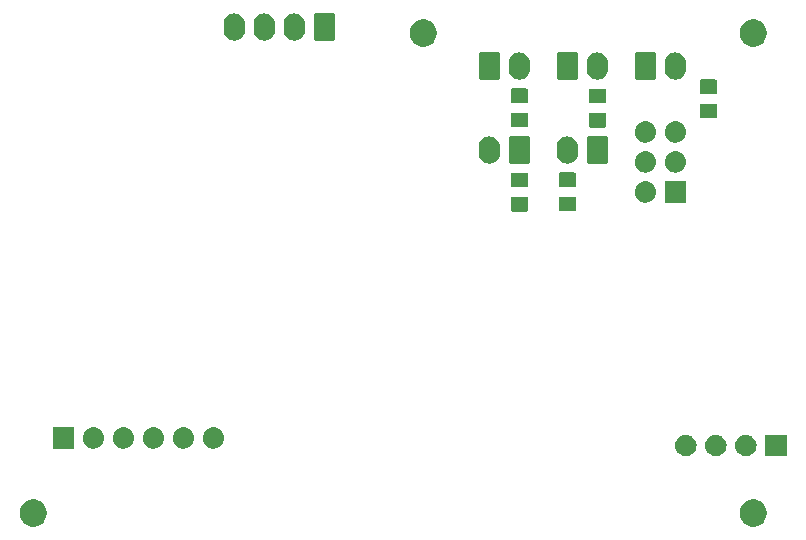
<source format=gbs>
G04 #@! TF.GenerationSoftware,KiCad,Pcbnew,5.0.1*
G04 #@! TF.CreationDate,2018-11-02T19:05:43-05:00*
G04 #@! TF.ProjectId,RDP-Environmental,5244502D456E7669726F6E6D656E7461,01*
G04 #@! TF.SameCoordinates,Original*
G04 #@! TF.FileFunction,Soldermask,Bot*
G04 #@! TF.FilePolarity,Negative*
%FSLAX46Y46*%
G04 Gerber Fmt 4.6, Leading zero omitted, Abs format (unit mm)*
G04 Created by KiCad (PCBNEW 5.0.1) date Fri 02 Nov 2018 07:05:43 PM CDT*
%MOMM*%
%LPD*%
G01*
G04 APERTURE LIST*
%ADD10C,0.100000*%
G04 APERTURE END LIST*
D10*
G36*
X89235734Y-64933232D02*
X89445202Y-65019996D01*
X89633723Y-65145962D01*
X89794038Y-65306277D01*
X89920004Y-65494798D01*
X90006768Y-65704266D01*
X90051000Y-65926635D01*
X90051000Y-66153365D01*
X90006768Y-66375734D01*
X89920004Y-66585202D01*
X89794038Y-66773723D01*
X89633723Y-66934038D01*
X89445202Y-67060004D01*
X89235734Y-67146768D01*
X89013365Y-67191000D01*
X88786635Y-67191000D01*
X88564266Y-67146768D01*
X88354798Y-67060004D01*
X88166277Y-66934038D01*
X88005962Y-66773723D01*
X87879996Y-66585202D01*
X87793232Y-66375734D01*
X87749000Y-66153365D01*
X87749000Y-65926635D01*
X87793232Y-65704266D01*
X87879996Y-65494798D01*
X88005962Y-65306277D01*
X88166277Y-65145962D01*
X88354798Y-65019996D01*
X88564266Y-64933232D01*
X88786635Y-64889000D01*
X89013365Y-64889000D01*
X89235734Y-64933232D01*
X89235734Y-64933232D01*
G37*
G36*
X28275734Y-64933232D02*
X28485202Y-65019996D01*
X28673723Y-65145962D01*
X28834038Y-65306277D01*
X28960004Y-65494798D01*
X29046768Y-65704266D01*
X29091000Y-65926635D01*
X29091000Y-66153365D01*
X29046768Y-66375734D01*
X28960004Y-66585202D01*
X28834038Y-66773723D01*
X28673723Y-66934038D01*
X28485202Y-67060004D01*
X28275734Y-67146768D01*
X28053365Y-67191000D01*
X27826635Y-67191000D01*
X27604266Y-67146768D01*
X27394798Y-67060004D01*
X27206277Y-66934038D01*
X27045962Y-66773723D01*
X26919996Y-66585202D01*
X26833232Y-66375734D01*
X26789000Y-66153365D01*
X26789000Y-65926635D01*
X26833232Y-65704266D01*
X26919996Y-65494798D01*
X27045962Y-65306277D01*
X27206277Y-65145962D01*
X27394798Y-65019996D01*
X27604266Y-64933232D01*
X27826635Y-64889000D01*
X28053365Y-64889000D01*
X28275734Y-64933232D01*
X28275734Y-64933232D01*
G37*
G36*
X83295442Y-59430518D02*
X83361627Y-59437037D01*
X83474853Y-59471384D01*
X83531467Y-59488557D01*
X83670087Y-59562652D01*
X83687991Y-59572222D01*
X83723729Y-59601552D01*
X83825186Y-59684814D01*
X83908448Y-59786271D01*
X83937778Y-59822009D01*
X83937779Y-59822011D01*
X84021443Y-59978533D01*
X84021443Y-59978534D01*
X84072963Y-60148373D01*
X84090359Y-60325000D01*
X84072963Y-60501627D01*
X84065435Y-60526443D01*
X84021443Y-60671467D01*
X83947348Y-60810087D01*
X83937778Y-60827991D01*
X83908448Y-60863729D01*
X83825186Y-60965186D01*
X83723729Y-61048448D01*
X83687991Y-61077778D01*
X83687989Y-61077779D01*
X83531467Y-61161443D01*
X83474853Y-61178616D01*
X83361627Y-61212963D01*
X83295442Y-61219482D01*
X83229260Y-61226000D01*
X83140740Y-61226000D01*
X83074558Y-61219482D01*
X83008373Y-61212963D01*
X82895147Y-61178616D01*
X82838533Y-61161443D01*
X82682011Y-61077779D01*
X82682009Y-61077778D01*
X82646271Y-61048448D01*
X82544814Y-60965186D01*
X82461552Y-60863729D01*
X82432222Y-60827991D01*
X82422652Y-60810087D01*
X82348557Y-60671467D01*
X82304565Y-60526443D01*
X82297037Y-60501627D01*
X82279641Y-60325000D01*
X82297037Y-60148373D01*
X82348557Y-59978534D01*
X82348557Y-59978533D01*
X82432221Y-59822011D01*
X82432222Y-59822009D01*
X82461552Y-59786271D01*
X82544814Y-59684814D01*
X82646271Y-59601552D01*
X82682009Y-59572222D01*
X82699913Y-59562652D01*
X82838533Y-59488557D01*
X82895147Y-59471384D01*
X83008373Y-59437037D01*
X83074558Y-59430518D01*
X83140740Y-59424000D01*
X83229260Y-59424000D01*
X83295442Y-59430518D01*
X83295442Y-59430518D01*
G37*
G36*
X91706000Y-61226000D02*
X89904000Y-61226000D01*
X89904000Y-59424000D01*
X91706000Y-59424000D01*
X91706000Y-61226000D01*
X91706000Y-61226000D01*
G37*
G36*
X88375442Y-59430518D02*
X88441627Y-59437037D01*
X88554853Y-59471384D01*
X88611467Y-59488557D01*
X88750087Y-59562652D01*
X88767991Y-59572222D01*
X88803729Y-59601552D01*
X88905186Y-59684814D01*
X88988448Y-59786271D01*
X89017778Y-59822009D01*
X89017779Y-59822011D01*
X89101443Y-59978533D01*
X89101443Y-59978534D01*
X89152963Y-60148373D01*
X89170359Y-60325000D01*
X89152963Y-60501627D01*
X89145435Y-60526443D01*
X89101443Y-60671467D01*
X89027348Y-60810087D01*
X89017778Y-60827991D01*
X88988448Y-60863729D01*
X88905186Y-60965186D01*
X88803729Y-61048448D01*
X88767991Y-61077778D01*
X88767989Y-61077779D01*
X88611467Y-61161443D01*
X88554853Y-61178616D01*
X88441627Y-61212963D01*
X88375442Y-61219482D01*
X88309260Y-61226000D01*
X88220740Y-61226000D01*
X88154558Y-61219482D01*
X88088373Y-61212963D01*
X87975147Y-61178616D01*
X87918533Y-61161443D01*
X87762011Y-61077779D01*
X87762009Y-61077778D01*
X87726271Y-61048448D01*
X87624814Y-60965186D01*
X87541552Y-60863729D01*
X87512222Y-60827991D01*
X87502652Y-60810087D01*
X87428557Y-60671467D01*
X87384565Y-60526443D01*
X87377037Y-60501627D01*
X87359641Y-60325000D01*
X87377037Y-60148373D01*
X87428557Y-59978534D01*
X87428557Y-59978533D01*
X87512221Y-59822011D01*
X87512222Y-59822009D01*
X87541552Y-59786271D01*
X87624814Y-59684814D01*
X87726271Y-59601552D01*
X87762009Y-59572222D01*
X87779913Y-59562652D01*
X87918533Y-59488557D01*
X87975147Y-59471384D01*
X88088373Y-59437037D01*
X88154558Y-59430518D01*
X88220740Y-59424000D01*
X88309260Y-59424000D01*
X88375442Y-59430518D01*
X88375442Y-59430518D01*
G37*
G36*
X85835442Y-59430518D02*
X85901627Y-59437037D01*
X86014853Y-59471384D01*
X86071467Y-59488557D01*
X86210087Y-59562652D01*
X86227991Y-59572222D01*
X86263729Y-59601552D01*
X86365186Y-59684814D01*
X86448448Y-59786271D01*
X86477778Y-59822009D01*
X86477779Y-59822011D01*
X86561443Y-59978533D01*
X86561443Y-59978534D01*
X86612963Y-60148373D01*
X86630359Y-60325000D01*
X86612963Y-60501627D01*
X86605435Y-60526443D01*
X86561443Y-60671467D01*
X86487348Y-60810087D01*
X86477778Y-60827991D01*
X86448448Y-60863729D01*
X86365186Y-60965186D01*
X86263729Y-61048448D01*
X86227991Y-61077778D01*
X86227989Y-61077779D01*
X86071467Y-61161443D01*
X86014853Y-61178616D01*
X85901627Y-61212963D01*
X85835442Y-61219482D01*
X85769260Y-61226000D01*
X85680740Y-61226000D01*
X85614558Y-61219482D01*
X85548373Y-61212963D01*
X85435147Y-61178616D01*
X85378533Y-61161443D01*
X85222011Y-61077779D01*
X85222009Y-61077778D01*
X85186271Y-61048448D01*
X85084814Y-60965186D01*
X85001552Y-60863729D01*
X84972222Y-60827991D01*
X84962652Y-60810087D01*
X84888557Y-60671467D01*
X84844565Y-60526443D01*
X84837037Y-60501627D01*
X84819641Y-60325000D01*
X84837037Y-60148373D01*
X84888557Y-59978534D01*
X84888557Y-59978533D01*
X84972221Y-59822011D01*
X84972222Y-59822009D01*
X85001552Y-59786271D01*
X85084814Y-59684814D01*
X85186271Y-59601552D01*
X85222009Y-59572222D01*
X85239913Y-59562652D01*
X85378533Y-59488557D01*
X85435147Y-59471384D01*
X85548373Y-59437037D01*
X85614558Y-59430518D01*
X85680740Y-59424000D01*
X85769260Y-59424000D01*
X85835442Y-59430518D01*
X85835442Y-59430518D01*
G37*
G36*
X35670442Y-58795518D02*
X35736627Y-58802037D01*
X35849853Y-58836384D01*
X35906467Y-58853557D01*
X36045087Y-58927652D01*
X36062991Y-58937222D01*
X36098729Y-58966552D01*
X36200186Y-59049814D01*
X36283448Y-59151271D01*
X36312778Y-59187009D01*
X36312779Y-59187011D01*
X36396443Y-59343533D01*
X36396443Y-59343534D01*
X36447963Y-59513373D01*
X36465359Y-59690000D01*
X36447963Y-59866627D01*
X36414017Y-59978533D01*
X36396443Y-60036467D01*
X36336627Y-60148373D01*
X36312778Y-60192991D01*
X36283448Y-60228729D01*
X36200186Y-60330186D01*
X36098729Y-60413448D01*
X36062991Y-60442778D01*
X36062989Y-60442779D01*
X35906467Y-60526443D01*
X35849853Y-60543616D01*
X35736627Y-60577963D01*
X35670443Y-60584481D01*
X35604260Y-60591000D01*
X35515740Y-60591000D01*
X35449557Y-60584481D01*
X35383373Y-60577963D01*
X35270147Y-60543616D01*
X35213533Y-60526443D01*
X35057011Y-60442779D01*
X35057009Y-60442778D01*
X35021271Y-60413448D01*
X34919814Y-60330186D01*
X34836552Y-60228729D01*
X34807222Y-60192991D01*
X34783373Y-60148373D01*
X34723557Y-60036467D01*
X34705983Y-59978533D01*
X34672037Y-59866627D01*
X34654641Y-59690000D01*
X34672037Y-59513373D01*
X34723557Y-59343534D01*
X34723557Y-59343533D01*
X34807221Y-59187011D01*
X34807222Y-59187009D01*
X34836552Y-59151271D01*
X34919814Y-59049814D01*
X35021271Y-58966552D01*
X35057009Y-58937222D01*
X35074913Y-58927652D01*
X35213533Y-58853557D01*
X35270147Y-58836384D01*
X35383373Y-58802037D01*
X35449558Y-58795518D01*
X35515740Y-58789000D01*
X35604260Y-58789000D01*
X35670442Y-58795518D01*
X35670442Y-58795518D01*
G37*
G36*
X38210442Y-58795518D02*
X38276627Y-58802037D01*
X38389853Y-58836384D01*
X38446467Y-58853557D01*
X38585087Y-58927652D01*
X38602991Y-58937222D01*
X38638729Y-58966552D01*
X38740186Y-59049814D01*
X38823448Y-59151271D01*
X38852778Y-59187009D01*
X38852779Y-59187011D01*
X38936443Y-59343533D01*
X38936443Y-59343534D01*
X38987963Y-59513373D01*
X39005359Y-59690000D01*
X38987963Y-59866627D01*
X38954017Y-59978533D01*
X38936443Y-60036467D01*
X38876627Y-60148373D01*
X38852778Y-60192991D01*
X38823448Y-60228729D01*
X38740186Y-60330186D01*
X38638729Y-60413448D01*
X38602991Y-60442778D01*
X38602989Y-60442779D01*
X38446467Y-60526443D01*
X38389853Y-60543616D01*
X38276627Y-60577963D01*
X38210443Y-60584481D01*
X38144260Y-60591000D01*
X38055740Y-60591000D01*
X37989557Y-60584481D01*
X37923373Y-60577963D01*
X37810147Y-60543616D01*
X37753533Y-60526443D01*
X37597011Y-60442779D01*
X37597009Y-60442778D01*
X37561271Y-60413448D01*
X37459814Y-60330186D01*
X37376552Y-60228729D01*
X37347222Y-60192991D01*
X37323373Y-60148373D01*
X37263557Y-60036467D01*
X37245983Y-59978533D01*
X37212037Y-59866627D01*
X37194641Y-59690000D01*
X37212037Y-59513373D01*
X37263557Y-59343534D01*
X37263557Y-59343533D01*
X37347221Y-59187011D01*
X37347222Y-59187009D01*
X37376552Y-59151271D01*
X37459814Y-59049814D01*
X37561271Y-58966552D01*
X37597009Y-58937222D01*
X37614913Y-58927652D01*
X37753533Y-58853557D01*
X37810147Y-58836384D01*
X37923373Y-58802037D01*
X37989558Y-58795518D01*
X38055740Y-58789000D01*
X38144260Y-58789000D01*
X38210442Y-58795518D01*
X38210442Y-58795518D01*
G37*
G36*
X40750442Y-58795518D02*
X40816627Y-58802037D01*
X40929853Y-58836384D01*
X40986467Y-58853557D01*
X41125087Y-58927652D01*
X41142991Y-58937222D01*
X41178729Y-58966552D01*
X41280186Y-59049814D01*
X41363448Y-59151271D01*
X41392778Y-59187009D01*
X41392779Y-59187011D01*
X41476443Y-59343533D01*
X41476443Y-59343534D01*
X41527963Y-59513373D01*
X41545359Y-59690000D01*
X41527963Y-59866627D01*
X41494017Y-59978533D01*
X41476443Y-60036467D01*
X41416627Y-60148373D01*
X41392778Y-60192991D01*
X41363448Y-60228729D01*
X41280186Y-60330186D01*
X41178729Y-60413448D01*
X41142991Y-60442778D01*
X41142989Y-60442779D01*
X40986467Y-60526443D01*
X40929853Y-60543616D01*
X40816627Y-60577963D01*
X40750443Y-60584481D01*
X40684260Y-60591000D01*
X40595740Y-60591000D01*
X40529557Y-60584481D01*
X40463373Y-60577963D01*
X40350147Y-60543616D01*
X40293533Y-60526443D01*
X40137011Y-60442779D01*
X40137009Y-60442778D01*
X40101271Y-60413448D01*
X39999814Y-60330186D01*
X39916552Y-60228729D01*
X39887222Y-60192991D01*
X39863373Y-60148373D01*
X39803557Y-60036467D01*
X39785983Y-59978533D01*
X39752037Y-59866627D01*
X39734641Y-59690000D01*
X39752037Y-59513373D01*
X39803557Y-59343534D01*
X39803557Y-59343533D01*
X39887221Y-59187011D01*
X39887222Y-59187009D01*
X39916552Y-59151271D01*
X39999814Y-59049814D01*
X40101271Y-58966552D01*
X40137009Y-58937222D01*
X40154913Y-58927652D01*
X40293533Y-58853557D01*
X40350147Y-58836384D01*
X40463373Y-58802037D01*
X40529558Y-58795518D01*
X40595740Y-58789000D01*
X40684260Y-58789000D01*
X40750442Y-58795518D01*
X40750442Y-58795518D01*
G37*
G36*
X43290442Y-58795518D02*
X43356627Y-58802037D01*
X43469853Y-58836384D01*
X43526467Y-58853557D01*
X43665087Y-58927652D01*
X43682991Y-58937222D01*
X43718729Y-58966552D01*
X43820186Y-59049814D01*
X43903448Y-59151271D01*
X43932778Y-59187009D01*
X43932779Y-59187011D01*
X44016443Y-59343533D01*
X44016443Y-59343534D01*
X44067963Y-59513373D01*
X44085359Y-59690000D01*
X44067963Y-59866627D01*
X44034017Y-59978533D01*
X44016443Y-60036467D01*
X43956627Y-60148373D01*
X43932778Y-60192991D01*
X43903448Y-60228729D01*
X43820186Y-60330186D01*
X43718729Y-60413448D01*
X43682991Y-60442778D01*
X43682989Y-60442779D01*
X43526467Y-60526443D01*
X43469853Y-60543616D01*
X43356627Y-60577963D01*
X43290443Y-60584481D01*
X43224260Y-60591000D01*
X43135740Y-60591000D01*
X43069557Y-60584481D01*
X43003373Y-60577963D01*
X42890147Y-60543616D01*
X42833533Y-60526443D01*
X42677011Y-60442779D01*
X42677009Y-60442778D01*
X42641271Y-60413448D01*
X42539814Y-60330186D01*
X42456552Y-60228729D01*
X42427222Y-60192991D01*
X42403373Y-60148373D01*
X42343557Y-60036467D01*
X42325983Y-59978533D01*
X42292037Y-59866627D01*
X42274641Y-59690000D01*
X42292037Y-59513373D01*
X42343557Y-59343534D01*
X42343557Y-59343533D01*
X42427221Y-59187011D01*
X42427222Y-59187009D01*
X42456552Y-59151271D01*
X42539814Y-59049814D01*
X42641271Y-58966552D01*
X42677009Y-58937222D01*
X42694913Y-58927652D01*
X42833533Y-58853557D01*
X42890147Y-58836384D01*
X43003373Y-58802037D01*
X43069558Y-58795518D01*
X43135740Y-58789000D01*
X43224260Y-58789000D01*
X43290442Y-58795518D01*
X43290442Y-58795518D01*
G37*
G36*
X33130442Y-58795518D02*
X33196627Y-58802037D01*
X33309853Y-58836384D01*
X33366467Y-58853557D01*
X33505087Y-58927652D01*
X33522991Y-58937222D01*
X33558729Y-58966552D01*
X33660186Y-59049814D01*
X33743448Y-59151271D01*
X33772778Y-59187009D01*
X33772779Y-59187011D01*
X33856443Y-59343533D01*
X33856443Y-59343534D01*
X33907963Y-59513373D01*
X33925359Y-59690000D01*
X33907963Y-59866627D01*
X33874017Y-59978533D01*
X33856443Y-60036467D01*
X33796627Y-60148373D01*
X33772778Y-60192991D01*
X33743448Y-60228729D01*
X33660186Y-60330186D01*
X33558729Y-60413448D01*
X33522991Y-60442778D01*
X33522989Y-60442779D01*
X33366467Y-60526443D01*
X33309853Y-60543616D01*
X33196627Y-60577963D01*
X33130443Y-60584481D01*
X33064260Y-60591000D01*
X32975740Y-60591000D01*
X32909557Y-60584481D01*
X32843373Y-60577963D01*
X32730147Y-60543616D01*
X32673533Y-60526443D01*
X32517011Y-60442779D01*
X32517009Y-60442778D01*
X32481271Y-60413448D01*
X32379814Y-60330186D01*
X32296552Y-60228729D01*
X32267222Y-60192991D01*
X32243373Y-60148373D01*
X32183557Y-60036467D01*
X32165983Y-59978533D01*
X32132037Y-59866627D01*
X32114641Y-59690000D01*
X32132037Y-59513373D01*
X32183557Y-59343534D01*
X32183557Y-59343533D01*
X32267221Y-59187011D01*
X32267222Y-59187009D01*
X32296552Y-59151271D01*
X32379814Y-59049814D01*
X32481271Y-58966552D01*
X32517009Y-58937222D01*
X32534913Y-58927652D01*
X32673533Y-58853557D01*
X32730147Y-58836384D01*
X32843373Y-58802037D01*
X32909558Y-58795518D01*
X32975740Y-58789000D01*
X33064260Y-58789000D01*
X33130442Y-58795518D01*
X33130442Y-58795518D01*
G37*
G36*
X31381000Y-60591000D02*
X29579000Y-60591000D01*
X29579000Y-58789000D01*
X31381000Y-58789000D01*
X31381000Y-60591000D01*
X31381000Y-60591000D01*
G37*
G36*
X69676677Y-39274465D02*
X69714364Y-39285898D01*
X69749103Y-39304466D01*
X69779548Y-39329452D01*
X69804534Y-39359897D01*
X69823102Y-39394636D01*
X69834535Y-39432323D01*
X69839000Y-39477661D01*
X69839000Y-40314339D01*
X69834535Y-40359677D01*
X69823102Y-40397364D01*
X69804534Y-40432103D01*
X69779548Y-40462548D01*
X69749103Y-40487534D01*
X69714364Y-40506102D01*
X69676677Y-40517535D01*
X69631339Y-40522000D01*
X68544661Y-40522000D01*
X68499323Y-40517535D01*
X68461636Y-40506102D01*
X68426897Y-40487534D01*
X68396452Y-40462548D01*
X68371466Y-40432103D01*
X68352898Y-40397364D01*
X68341465Y-40359677D01*
X68337000Y-40314339D01*
X68337000Y-39477661D01*
X68341465Y-39432323D01*
X68352898Y-39394636D01*
X68371466Y-39359897D01*
X68396452Y-39329452D01*
X68426897Y-39304466D01*
X68461636Y-39285898D01*
X68499323Y-39274465D01*
X68544661Y-39270000D01*
X69631339Y-39270000D01*
X69676677Y-39274465D01*
X69676677Y-39274465D01*
G37*
G36*
X73740677Y-39265465D02*
X73778364Y-39276898D01*
X73813103Y-39295466D01*
X73843548Y-39320452D01*
X73868534Y-39350897D01*
X73887102Y-39385636D01*
X73898535Y-39423323D01*
X73903000Y-39468661D01*
X73903000Y-40305339D01*
X73898535Y-40350677D01*
X73887102Y-40388364D01*
X73868534Y-40423103D01*
X73843548Y-40453548D01*
X73813103Y-40478534D01*
X73778364Y-40497102D01*
X73740677Y-40508535D01*
X73695339Y-40513000D01*
X72608661Y-40513000D01*
X72563323Y-40508535D01*
X72525636Y-40497102D01*
X72490897Y-40478534D01*
X72460452Y-40453548D01*
X72435466Y-40423103D01*
X72416898Y-40388364D01*
X72405465Y-40350677D01*
X72401000Y-40305339D01*
X72401000Y-39468661D01*
X72405465Y-39423323D01*
X72416898Y-39385636D01*
X72435466Y-39350897D01*
X72460452Y-39320452D01*
X72490897Y-39295466D01*
X72525636Y-39276898D01*
X72563323Y-39265465D01*
X72608661Y-39261000D01*
X73695339Y-39261000D01*
X73740677Y-39265465D01*
X73740677Y-39265465D01*
G37*
G36*
X83197000Y-39763000D02*
X81395000Y-39763000D01*
X81395000Y-37961000D01*
X83197000Y-37961000D01*
X83197000Y-39763000D01*
X83197000Y-39763000D01*
G37*
G36*
X79866442Y-37967518D02*
X79932627Y-37974037D01*
X80045853Y-38008384D01*
X80102467Y-38025557D01*
X80241087Y-38099652D01*
X80258991Y-38109222D01*
X80294729Y-38138552D01*
X80396186Y-38221814D01*
X80456233Y-38294983D01*
X80508778Y-38359009D01*
X80508779Y-38359011D01*
X80592443Y-38515533D01*
X80592443Y-38515534D01*
X80643963Y-38685373D01*
X80661359Y-38862000D01*
X80643963Y-39038627D01*
X80609616Y-39151853D01*
X80592443Y-39208467D01*
X80532585Y-39320452D01*
X80508778Y-39364991D01*
X80494850Y-39381962D01*
X80396186Y-39502186D01*
X80294729Y-39585448D01*
X80258991Y-39614778D01*
X80258989Y-39614779D01*
X80102467Y-39698443D01*
X80045853Y-39715616D01*
X79932627Y-39749963D01*
X79866442Y-39756482D01*
X79800260Y-39763000D01*
X79711740Y-39763000D01*
X79645558Y-39756482D01*
X79579373Y-39749963D01*
X79466147Y-39715616D01*
X79409533Y-39698443D01*
X79253011Y-39614779D01*
X79253009Y-39614778D01*
X79217271Y-39585448D01*
X79115814Y-39502186D01*
X79017150Y-39381962D01*
X79003222Y-39364991D01*
X78979415Y-39320452D01*
X78919557Y-39208467D01*
X78902384Y-39151853D01*
X78868037Y-39038627D01*
X78850641Y-38862000D01*
X78868037Y-38685373D01*
X78919557Y-38515534D01*
X78919557Y-38515533D01*
X79003221Y-38359011D01*
X79003222Y-38359009D01*
X79055767Y-38294983D01*
X79115814Y-38221814D01*
X79217271Y-38138552D01*
X79253009Y-38109222D01*
X79270913Y-38099652D01*
X79409533Y-38025557D01*
X79466147Y-38008384D01*
X79579373Y-37974037D01*
X79645558Y-37967518D01*
X79711740Y-37961000D01*
X79800260Y-37961000D01*
X79866442Y-37967518D01*
X79866442Y-37967518D01*
G37*
G36*
X69676677Y-37224465D02*
X69714364Y-37235898D01*
X69749103Y-37254466D01*
X69779548Y-37279452D01*
X69804534Y-37309897D01*
X69823102Y-37344636D01*
X69834535Y-37382323D01*
X69839000Y-37427661D01*
X69839000Y-38264339D01*
X69834535Y-38309677D01*
X69823102Y-38347364D01*
X69804534Y-38382103D01*
X69779548Y-38412548D01*
X69749103Y-38437534D01*
X69714364Y-38456102D01*
X69676677Y-38467535D01*
X69631339Y-38472000D01*
X68544661Y-38472000D01*
X68499323Y-38467535D01*
X68461636Y-38456102D01*
X68426897Y-38437534D01*
X68396452Y-38412548D01*
X68371466Y-38382103D01*
X68352898Y-38347364D01*
X68341465Y-38309677D01*
X68337000Y-38264339D01*
X68337000Y-37427661D01*
X68341465Y-37382323D01*
X68352898Y-37344636D01*
X68371466Y-37309897D01*
X68396452Y-37279452D01*
X68426897Y-37254466D01*
X68461636Y-37235898D01*
X68499323Y-37224465D01*
X68544661Y-37220000D01*
X69631339Y-37220000D01*
X69676677Y-37224465D01*
X69676677Y-37224465D01*
G37*
G36*
X73740677Y-37215465D02*
X73778364Y-37226898D01*
X73813103Y-37245466D01*
X73843548Y-37270452D01*
X73868534Y-37300897D01*
X73887102Y-37335636D01*
X73898535Y-37373323D01*
X73903000Y-37418661D01*
X73903000Y-38255339D01*
X73898535Y-38300677D01*
X73887102Y-38338364D01*
X73868534Y-38373103D01*
X73843548Y-38403548D01*
X73813103Y-38428534D01*
X73778364Y-38447102D01*
X73740677Y-38458535D01*
X73695339Y-38463000D01*
X72608661Y-38463000D01*
X72563323Y-38458535D01*
X72525636Y-38447102D01*
X72490897Y-38428534D01*
X72460452Y-38403548D01*
X72435466Y-38373103D01*
X72416898Y-38338364D01*
X72405465Y-38300677D01*
X72401000Y-38255339D01*
X72401000Y-37418661D01*
X72405465Y-37373323D01*
X72416898Y-37335636D01*
X72435466Y-37300897D01*
X72460452Y-37270452D01*
X72490897Y-37245466D01*
X72525636Y-37226898D01*
X72563323Y-37215465D01*
X72608661Y-37211000D01*
X73695339Y-37211000D01*
X73740677Y-37215465D01*
X73740677Y-37215465D01*
G37*
G36*
X82406443Y-35427519D02*
X82472627Y-35434037D01*
X82585853Y-35468384D01*
X82642467Y-35485557D01*
X82781087Y-35559652D01*
X82798991Y-35569222D01*
X82813641Y-35581245D01*
X82936186Y-35681814D01*
X83019448Y-35783271D01*
X83048778Y-35819009D01*
X83048779Y-35819011D01*
X83132443Y-35975533D01*
X83132443Y-35975534D01*
X83183963Y-36145373D01*
X83201359Y-36322000D01*
X83183963Y-36498627D01*
X83149616Y-36611853D01*
X83132443Y-36668467D01*
X83058348Y-36807087D01*
X83048778Y-36824991D01*
X83019448Y-36860729D01*
X82936186Y-36962186D01*
X82834729Y-37045448D01*
X82798991Y-37074778D01*
X82798989Y-37074779D01*
X82642467Y-37158443D01*
X82585853Y-37175616D01*
X82472627Y-37209963D01*
X82416763Y-37215465D01*
X82340260Y-37223000D01*
X82251740Y-37223000D01*
X82175237Y-37215465D01*
X82119373Y-37209963D01*
X82006147Y-37175616D01*
X81949533Y-37158443D01*
X81793011Y-37074779D01*
X81793009Y-37074778D01*
X81757271Y-37045448D01*
X81655814Y-36962186D01*
X81572552Y-36860729D01*
X81543222Y-36824991D01*
X81533652Y-36807087D01*
X81459557Y-36668467D01*
X81442384Y-36611853D01*
X81408037Y-36498627D01*
X81390641Y-36322000D01*
X81408037Y-36145373D01*
X81459557Y-35975534D01*
X81459557Y-35975533D01*
X81543221Y-35819011D01*
X81543222Y-35819009D01*
X81572552Y-35783271D01*
X81655814Y-35681814D01*
X81778359Y-35581245D01*
X81793009Y-35569222D01*
X81810913Y-35559652D01*
X81949533Y-35485557D01*
X82006147Y-35468384D01*
X82119373Y-35434037D01*
X82185557Y-35427519D01*
X82251740Y-35421000D01*
X82340260Y-35421000D01*
X82406443Y-35427519D01*
X82406443Y-35427519D01*
G37*
G36*
X79866443Y-35427519D02*
X79932627Y-35434037D01*
X80045853Y-35468384D01*
X80102467Y-35485557D01*
X80241087Y-35559652D01*
X80258991Y-35569222D01*
X80273641Y-35581245D01*
X80396186Y-35681814D01*
X80479448Y-35783271D01*
X80508778Y-35819009D01*
X80508779Y-35819011D01*
X80592443Y-35975533D01*
X80592443Y-35975534D01*
X80643963Y-36145373D01*
X80661359Y-36322000D01*
X80643963Y-36498627D01*
X80609616Y-36611853D01*
X80592443Y-36668467D01*
X80518348Y-36807087D01*
X80508778Y-36824991D01*
X80479448Y-36860729D01*
X80396186Y-36962186D01*
X80294729Y-37045448D01*
X80258991Y-37074778D01*
X80258989Y-37074779D01*
X80102467Y-37158443D01*
X80045853Y-37175616D01*
X79932627Y-37209963D01*
X79876763Y-37215465D01*
X79800260Y-37223000D01*
X79711740Y-37223000D01*
X79635237Y-37215465D01*
X79579373Y-37209963D01*
X79466147Y-37175616D01*
X79409533Y-37158443D01*
X79253011Y-37074779D01*
X79253009Y-37074778D01*
X79217271Y-37045448D01*
X79115814Y-36962186D01*
X79032552Y-36860729D01*
X79003222Y-36824991D01*
X78993652Y-36807087D01*
X78919557Y-36668467D01*
X78902384Y-36611853D01*
X78868037Y-36498627D01*
X78850641Y-36322000D01*
X78868037Y-36145373D01*
X78919557Y-35975534D01*
X78919557Y-35975533D01*
X79003221Y-35819011D01*
X79003222Y-35819009D01*
X79032552Y-35783271D01*
X79115814Y-35681814D01*
X79238359Y-35581245D01*
X79253009Y-35569222D01*
X79270913Y-35559652D01*
X79409533Y-35485557D01*
X79466147Y-35468384D01*
X79579373Y-35434037D01*
X79645557Y-35427519D01*
X79711740Y-35421000D01*
X79800260Y-35421000D01*
X79866443Y-35427519D01*
X79866443Y-35427519D01*
G37*
G36*
X73332548Y-34168326D02*
X73448287Y-34203435D01*
X73506158Y-34220990D01*
X73529315Y-34233368D01*
X73666156Y-34306511D01*
X73806396Y-34421604D01*
X73921489Y-34561844D01*
X74007010Y-34721843D01*
X74059674Y-34895452D01*
X74073000Y-35030757D01*
X74073000Y-35581244D01*
X74059674Y-35716548D01*
X74028593Y-35819009D01*
X74007010Y-35890158D01*
X73961376Y-35975533D01*
X73921489Y-36050156D01*
X73806396Y-36190396D01*
X73666155Y-36305489D01*
X73564514Y-36359817D01*
X73506157Y-36391010D01*
X73459550Y-36405148D01*
X73332547Y-36443674D01*
X73152000Y-36461456D01*
X72971452Y-36443674D01*
X72844449Y-36405148D01*
X72797842Y-36391010D01*
X72701250Y-36339380D01*
X72637844Y-36305489D01*
X72497604Y-36190396D01*
X72382511Y-36050155D01*
X72296991Y-35890158D01*
X72296990Y-35890157D01*
X72275408Y-35819009D01*
X72244326Y-35716547D01*
X72231000Y-35581243D01*
X72231000Y-35030756D01*
X72244326Y-34895452D01*
X72296990Y-34721843D01*
X72296990Y-34721842D01*
X72382513Y-34561843D01*
X72497605Y-34421604D01*
X72637844Y-34306512D01*
X72637843Y-34306512D01*
X72637845Y-34306511D01*
X72774686Y-34233368D01*
X72797843Y-34220990D01*
X72855714Y-34203435D01*
X72971453Y-34168326D01*
X73152000Y-34150544D01*
X73332548Y-34168326D01*
X73332548Y-34168326D01*
G37*
G36*
X66728548Y-34168326D02*
X66844287Y-34203435D01*
X66902158Y-34220990D01*
X66925315Y-34233368D01*
X67062156Y-34306511D01*
X67202396Y-34421604D01*
X67317489Y-34561844D01*
X67403010Y-34721843D01*
X67455674Y-34895452D01*
X67469000Y-35030757D01*
X67469000Y-35581244D01*
X67455674Y-35716548D01*
X67424593Y-35819009D01*
X67403010Y-35890158D01*
X67357376Y-35975533D01*
X67317489Y-36050156D01*
X67202396Y-36190396D01*
X67062155Y-36305489D01*
X66960514Y-36359817D01*
X66902157Y-36391010D01*
X66855550Y-36405148D01*
X66728547Y-36443674D01*
X66548000Y-36461456D01*
X66367452Y-36443674D01*
X66240449Y-36405148D01*
X66193842Y-36391010D01*
X66097250Y-36339380D01*
X66033844Y-36305489D01*
X65893604Y-36190396D01*
X65778511Y-36050155D01*
X65692991Y-35890158D01*
X65692990Y-35890157D01*
X65671408Y-35819009D01*
X65640326Y-35716547D01*
X65627000Y-35581243D01*
X65627000Y-35030756D01*
X65640326Y-34895452D01*
X65692990Y-34721843D01*
X65692990Y-34721842D01*
X65778513Y-34561843D01*
X65893605Y-34421604D01*
X66033844Y-34306512D01*
X66033843Y-34306512D01*
X66033845Y-34306511D01*
X66170686Y-34233368D01*
X66193843Y-34220990D01*
X66251714Y-34203435D01*
X66367453Y-34168326D01*
X66548000Y-34150544D01*
X66728548Y-34168326D01*
X66728548Y-34168326D01*
G37*
G36*
X69867560Y-34158966D02*
X69900383Y-34168923D01*
X69930632Y-34185092D01*
X69957148Y-34206852D01*
X69978908Y-34233368D01*
X69995077Y-34263617D01*
X70005034Y-34296440D01*
X70009000Y-34336712D01*
X70009000Y-36275288D01*
X70005034Y-36315560D01*
X69995077Y-36348383D01*
X69978908Y-36378632D01*
X69957148Y-36405148D01*
X69930632Y-36426908D01*
X69900383Y-36443077D01*
X69867560Y-36453034D01*
X69827288Y-36457000D01*
X68348712Y-36457000D01*
X68308440Y-36453034D01*
X68275617Y-36443077D01*
X68245368Y-36426908D01*
X68218852Y-36405148D01*
X68197092Y-36378632D01*
X68180923Y-36348383D01*
X68170966Y-36315560D01*
X68167000Y-36275288D01*
X68167000Y-34336712D01*
X68170966Y-34296440D01*
X68180923Y-34263617D01*
X68197092Y-34233368D01*
X68218852Y-34206852D01*
X68245368Y-34185092D01*
X68275617Y-34168923D01*
X68308440Y-34158966D01*
X68348712Y-34155000D01*
X69827288Y-34155000D01*
X69867560Y-34158966D01*
X69867560Y-34158966D01*
G37*
G36*
X76471560Y-34158966D02*
X76504383Y-34168923D01*
X76534632Y-34185092D01*
X76561148Y-34206852D01*
X76582908Y-34233368D01*
X76599077Y-34263617D01*
X76609034Y-34296440D01*
X76613000Y-34336712D01*
X76613000Y-36275288D01*
X76609034Y-36315560D01*
X76599077Y-36348383D01*
X76582908Y-36378632D01*
X76561148Y-36405148D01*
X76534632Y-36426908D01*
X76504383Y-36443077D01*
X76471560Y-36453034D01*
X76431288Y-36457000D01*
X74952712Y-36457000D01*
X74912440Y-36453034D01*
X74879617Y-36443077D01*
X74849368Y-36426908D01*
X74822852Y-36405148D01*
X74801092Y-36378632D01*
X74784923Y-36348383D01*
X74774966Y-36315560D01*
X74771000Y-36275288D01*
X74771000Y-34336712D01*
X74774966Y-34296440D01*
X74784923Y-34263617D01*
X74801092Y-34233368D01*
X74822852Y-34206852D01*
X74849368Y-34185092D01*
X74879617Y-34168923D01*
X74912440Y-34158966D01*
X74952712Y-34155000D01*
X76431288Y-34155000D01*
X76471560Y-34158966D01*
X76471560Y-34158966D01*
G37*
G36*
X82406442Y-32887518D02*
X82472627Y-32894037D01*
X82585853Y-32928384D01*
X82642467Y-32945557D01*
X82781087Y-33019652D01*
X82798991Y-33029222D01*
X82834729Y-33058552D01*
X82936186Y-33141814D01*
X83011005Y-33232983D01*
X83048778Y-33279009D01*
X83048779Y-33279011D01*
X83132443Y-33435533D01*
X83132443Y-33435534D01*
X83183963Y-33605373D01*
X83201359Y-33782000D01*
X83183963Y-33958627D01*
X83149616Y-34071853D01*
X83132443Y-34128467D01*
X83082988Y-34220990D01*
X83048778Y-34284991D01*
X83039382Y-34296440D01*
X82936186Y-34422186D01*
X82834729Y-34505448D01*
X82798991Y-34534778D01*
X82798989Y-34534779D01*
X82642467Y-34618443D01*
X82585853Y-34635616D01*
X82472627Y-34669963D01*
X82406442Y-34676482D01*
X82340260Y-34683000D01*
X82251740Y-34683000D01*
X82185558Y-34676482D01*
X82119373Y-34669963D01*
X82006147Y-34635616D01*
X81949533Y-34618443D01*
X81793011Y-34534779D01*
X81793009Y-34534778D01*
X81757271Y-34505448D01*
X81655814Y-34422186D01*
X81552618Y-34296440D01*
X81543222Y-34284991D01*
X81509012Y-34220990D01*
X81459557Y-34128467D01*
X81442384Y-34071853D01*
X81408037Y-33958627D01*
X81390641Y-33782000D01*
X81408037Y-33605373D01*
X81459557Y-33435534D01*
X81459557Y-33435533D01*
X81543221Y-33279011D01*
X81543222Y-33279009D01*
X81580995Y-33232983D01*
X81655814Y-33141814D01*
X81757271Y-33058552D01*
X81793009Y-33029222D01*
X81810913Y-33019652D01*
X81949533Y-32945557D01*
X82006147Y-32928384D01*
X82119373Y-32894037D01*
X82185558Y-32887518D01*
X82251740Y-32881000D01*
X82340260Y-32881000D01*
X82406442Y-32887518D01*
X82406442Y-32887518D01*
G37*
G36*
X79866442Y-32887518D02*
X79932627Y-32894037D01*
X80045853Y-32928384D01*
X80102467Y-32945557D01*
X80241087Y-33019652D01*
X80258991Y-33029222D01*
X80294729Y-33058552D01*
X80396186Y-33141814D01*
X80471005Y-33232983D01*
X80508778Y-33279009D01*
X80508779Y-33279011D01*
X80592443Y-33435533D01*
X80592443Y-33435534D01*
X80643963Y-33605373D01*
X80661359Y-33782000D01*
X80643963Y-33958627D01*
X80609616Y-34071853D01*
X80592443Y-34128467D01*
X80542988Y-34220990D01*
X80508778Y-34284991D01*
X80499382Y-34296440D01*
X80396186Y-34422186D01*
X80294729Y-34505448D01*
X80258991Y-34534778D01*
X80258989Y-34534779D01*
X80102467Y-34618443D01*
X80045853Y-34635616D01*
X79932627Y-34669963D01*
X79866442Y-34676482D01*
X79800260Y-34683000D01*
X79711740Y-34683000D01*
X79645558Y-34676482D01*
X79579373Y-34669963D01*
X79466147Y-34635616D01*
X79409533Y-34618443D01*
X79253011Y-34534779D01*
X79253009Y-34534778D01*
X79217271Y-34505448D01*
X79115814Y-34422186D01*
X79012618Y-34296440D01*
X79003222Y-34284991D01*
X78969012Y-34220990D01*
X78919557Y-34128467D01*
X78902384Y-34071853D01*
X78868037Y-33958627D01*
X78850641Y-33782000D01*
X78868037Y-33605373D01*
X78919557Y-33435534D01*
X78919557Y-33435533D01*
X79003221Y-33279011D01*
X79003222Y-33279009D01*
X79040995Y-33232983D01*
X79115814Y-33141814D01*
X79217271Y-33058552D01*
X79253009Y-33029222D01*
X79270913Y-33019652D01*
X79409533Y-32945557D01*
X79466147Y-32928384D01*
X79579373Y-32894037D01*
X79645558Y-32887518D01*
X79711740Y-32881000D01*
X79800260Y-32881000D01*
X79866442Y-32887518D01*
X79866442Y-32887518D01*
G37*
G36*
X76280677Y-32162465D02*
X76318364Y-32173898D01*
X76353103Y-32192466D01*
X76383548Y-32217452D01*
X76408534Y-32247897D01*
X76427102Y-32282636D01*
X76438535Y-32320323D01*
X76443000Y-32365661D01*
X76443000Y-33202339D01*
X76438535Y-33247677D01*
X76427102Y-33285364D01*
X76408534Y-33320103D01*
X76383548Y-33350548D01*
X76353103Y-33375534D01*
X76318364Y-33394102D01*
X76280677Y-33405535D01*
X76235339Y-33410000D01*
X75148661Y-33410000D01*
X75103323Y-33405535D01*
X75065636Y-33394102D01*
X75030897Y-33375534D01*
X75000452Y-33350548D01*
X74975466Y-33320103D01*
X74956898Y-33285364D01*
X74945465Y-33247677D01*
X74941000Y-33202339D01*
X74941000Y-32365661D01*
X74945465Y-32320323D01*
X74956898Y-32282636D01*
X74975466Y-32247897D01*
X75000452Y-32217452D01*
X75030897Y-32192466D01*
X75065636Y-32173898D01*
X75103323Y-32162465D01*
X75148661Y-32158000D01*
X76235339Y-32158000D01*
X76280677Y-32162465D01*
X76280677Y-32162465D01*
G37*
G36*
X69676677Y-32153465D02*
X69714364Y-32164898D01*
X69749103Y-32183466D01*
X69779548Y-32208452D01*
X69804534Y-32238897D01*
X69823102Y-32273636D01*
X69834535Y-32311323D01*
X69839000Y-32356661D01*
X69839000Y-33193339D01*
X69834535Y-33238677D01*
X69823102Y-33276364D01*
X69804534Y-33311103D01*
X69779548Y-33341548D01*
X69749103Y-33366534D01*
X69714364Y-33385102D01*
X69676677Y-33396535D01*
X69631339Y-33401000D01*
X68544661Y-33401000D01*
X68499323Y-33396535D01*
X68461636Y-33385102D01*
X68426897Y-33366534D01*
X68396452Y-33341548D01*
X68371466Y-33311103D01*
X68352898Y-33276364D01*
X68341465Y-33238677D01*
X68337000Y-33193339D01*
X68337000Y-32356661D01*
X68341465Y-32311323D01*
X68352898Y-32273636D01*
X68371466Y-32238897D01*
X68396452Y-32208452D01*
X68426897Y-32183466D01*
X68461636Y-32164898D01*
X68499323Y-32153465D01*
X68544661Y-32149000D01*
X69631339Y-32149000D01*
X69676677Y-32153465D01*
X69676677Y-32153465D01*
G37*
G36*
X85678677Y-31391465D02*
X85716364Y-31402898D01*
X85751103Y-31421466D01*
X85781548Y-31446452D01*
X85806534Y-31476897D01*
X85825102Y-31511636D01*
X85836535Y-31549323D01*
X85841000Y-31594661D01*
X85841000Y-32431339D01*
X85836535Y-32476677D01*
X85825102Y-32514364D01*
X85806534Y-32549103D01*
X85781548Y-32579548D01*
X85751103Y-32604534D01*
X85716364Y-32623102D01*
X85678677Y-32634535D01*
X85633339Y-32639000D01*
X84546661Y-32639000D01*
X84501323Y-32634535D01*
X84463636Y-32623102D01*
X84428897Y-32604534D01*
X84398452Y-32579548D01*
X84373466Y-32549103D01*
X84354898Y-32514364D01*
X84343465Y-32476677D01*
X84339000Y-32431339D01*
X84339000Y-31594661D01*
X84343465Y-31549323D01*
X84354898Y-31511636D01*
X84373466Y-31476897D01*
X84398452Y-31446452D01*
X84428897Y-31421466D01*
X84463636Y-31402898D01*
X84501323Y-31391465D01*
X84546661Y-31387000D01*
X85633339Y-31387000D01*
X85678677Y-31391465D01*
X85678677Y-31391465D01*
G37*
G36*
X76281148Y-30112454D02*
X76318732Y-30123855D01*
X76353362Y-30142366D01*
X76383720Y-30167280D01*
X76408634Y-30197638D01*
X76427145Y-30232268D01*
X76438546Y-30269852D01*
X76443000Y-30315075D01*
X76443000Y-31152925D01*
X76438546Y-31198148D01*
X76427145Y-31235732D01*
X76408634Y-31270362D01*
X76383720Y-31300720D01*
X76353362Y-31325634D01*
X76318732Y-31344145D01*
X76281148Y-31355546D01*
X76235925Y-31360000D01*
X75148075Y-31360000D01*
X75102852Y-31355546D01*
X75065268Y-31344145D01*
X75030638Y-31325634D01*
X75000280Y-31300720D01*
X74975366Y-31270362D01*
X74956855Y-31235732D01*
X74945454Y-31198148D01*
X74941000Y-31152925D01*
X74941000Y-30315075D01*
X74945454Y-30269852D01*
X74956855Y-30232268D01*
X74975366Y-30197638D01*
X75000280Y-30167280D01*
X75030638Y-30142366D01*
X75065268Y-30123855D01*
X75102852Y-30112454D01*
X75148075Y-30108000D01*
X76235925Y-30108000D01*
X76281148Y-30112454D01*
X76281148Y-30112454D01*
G37*
G36*
X69676677Y-30103465D02*
X69714364Y-30114898D01*
X69749103Y-30133466D01*
X69779548Y-30158452D01*
X69804534Y-30188897D01*
X69823102Y-30223636D01*
X69834535Y-30261323D01*
X69839000Y-30306661D01*
X69839000Y-31143339D01*
X69834535Y-31188677D01*
X69823102Y-31226364D01*
X69804534Y-31261103D01*
X69779548Y-31291548D01*
X69749103Y-31316534D01*
X69714364Y-31335102D01*
X69676677Y-31346535D01*
X69631339Y-31351000D01*
X68544661Y-31351000D01*
X68499323Y-31346535D01*
X68461636Y-31335102D01*
X68426897Y-31316534D01*
X68396452Y-31291548D01*
X68371466Y-31261103D01*
X68352898Y-31226364D01*
X68341465Y-31188677D01*
X68337000Y-31143339D01*
X68337000Y-30306661D01*
X68341465Y-30261323D01*
X68352898Y-30223636D01*
X68371466Y-30188897D01*
X68396452Y-30158452D01*
X68426897Y-30133466D01*
X68461636Y-30114898D01*
X68499323Y-30103465D01*
X68544661Y-30099000D01*
X69631339Y-30099000D01*
X69676677Y-30103465D01*
X69676677Y-30103465D01*
G37*
G36*
X85678677Y-29341465D02*
X85716364Y-29352898D01*
X85751103Y-29371466D01*
X85781548Y-29396452D01*
X85806534Y-29426897D01*
X85825102Y-29461636D01*
X85836535Y-29499323D01*
X85841000Y-29544661D01*
X85841000Y-30381339D01*
X85836535Y-30426677D01*
X85825102Y-30464364D01*
X85806534Y-30499103D01*
X85781548Y-30529548D01*
X85751103Y-30554534D01*
X85716364Y-30573102D01*
X85678677Y-30584535D01*
X85633339Y-30589000D01*
X84546661Y-30589000D01*
X84501323Y-30584535D01*
X84463636Y-30573102D01*
X84428897Y-30554534D01*
X84398452Y-30529548D01*
X84373466Y-30499103D01*
X84354898Y-30464364D01*
X84343465Y-30426677D01*
X84339000Y-30381339D01*
X84339000Y-29544661D01*
X84343465Y-29499323D01*
X84354898Y-29461636D01*
X84373466Y-29426897D01*
X84398452Y-29396452D01*
X84428897Y-29371466D01*
X84463636Y-29352898D01*
X84501323Y-29341465D01*
X84546661Y-29337000D01*
X85633339Y-29337000D01*
X85678677Y-29341465D01*
X85678677Y-29341465D01*
G37*
G36*
X75872547Y-27056326D02*
X75988286Y-27091435D01*
X76046157Y-27108990D01*
X76067718Y-27120515D01*
X76206155Y-27194511D01*
X76346396Y-27309604D01*
X76461489Y-27449844D01*
X76501298Y-27524321D01*
X76547010Y-27609842D01*
X76564565Y-27667713D01*
X76599674Y-27783452D01*
X76613000Y-27918756D01*
X76613000Y-28469243D01*
X76599674Y-28604548D01*
X76547010Y-28778157D01*
X76461489Y-28938156D01*
X76346396Y-29078396D01*
X76206156Y-29193489D01*
X76187314Y-29203560D01*
X76046158Y-29279010D01*
X75999551Y-29293148D01*
X75872548Y-29331674D01*
X75692000Y-29349456D01*
X75511453Y-29331674D01*
X75384450Y-29293148D01*
X75337843Y-29279010D01*
X75196687Y-29203560D01*
X75177845Y-29193489D01*
X75037605Y-29078396D01*
X74922512Y-28938156D01*
X74882703Y-28863680D01*
X74836990Y-28778158D01*
X74819435Y-28720287D01*
X74784326Y-28604548D01*
X74771000Y-28469244D01*
X74771000Y-27918757D01*
X74784326Y-27783453D01*
X74836990Y-27609844D01*
X74836990Y-27609843D01*
X74868183Y-27551486D01*
X74922511Y-27449845D01*
X75037604Y-27309604D01*
X75177844Y-27194511D01*
X75314685Y-27121368D01*
X75337842Y-27108990D01*
X75395713Y-27091435D01*
X75511452Y-27056326D01*
X75692000Y-27038544D01*
X75872547Y-27056326D01*
X75872547Y-27056326D01*
G37*
G36*
X69268547Y-27056326D02*
X69384286Y-27091435D01*
X69442157Y-27108990D01*
X69463718Y-27120515D01*
X69602155Y-27194511D01*
X69742396Y-27309604D01*
X69857489Y-27449844D01*
X69897298Y-27524321D01*
X69943010Y-27609842D01*
X69960565Y-27667713D01*
X69995674Y-27783452D01*
X70009000Y-27918756D01*
X70009000Y-28469243D01*
X69995674Y-28604548D01*
X69943010Y-28778157D01*
X69857489Y-28938156D01*
X69742396Y-29078396D01*
X69602156Y-29193489D01*
X69583314Y-29203560D01*
X69442158Y-29279010D01*
X69395551Y-29293148D01*
X69268548Y-29331674D01*
X69088000Y-29349456D01*
X68907453Y-29331674D01*
X68780450Y-29293148D01*
X68733843Y-29279010D01*
X68592687Y-29203560D01*
X68573845Y-29193489D01*
X68433605Y-29078396D01*
X68318512Y-28938156D01*
X68278703Y-28863680D01*
X68232990Y-28778158D01*
X68215435Y-28720287D01*
X68180326Y-28604548D01*
X68167000Y-28469244D01*
X68167000Y-27918757D01*
X68180326Y-27783453D01*
X68232990Y-27609844D01*
X68232990Y-27609843D01*
X68264183Y-27551486D01*
X68318511Y-27449845D01*
X68433604Y-27309604D01*
X68573844Y-27194511D01*
X68710685Y-27121368D01*
X68733842Y-27108990D01*
X68791713Y-27091435D01*
X68907452Y-27056326D01*
X69088000Y-27038544D01*
X69268547Y-27056326D01*
X69268547Y-27056326D01*
G37*
G36*
X82476547Y-27056326D02*
X82592286Y-27091435D01*
X82650157Y-27108990D01*
X82671718Y-27120515D01*
X82810155Y-27194511D01*
X82950396Y-27309604D01*
X83065489Y-27449844D01*
X83105298Y-27524321D01*
X83151010Y-27609842D01*
X83168565Y-27667713D01*
X83203674Y-27783452D01*
X83217000Y-27918756D01*
X83217000Y-28469243D01*
X83203674Y-28604548D01*
X83151010Y-28778157D01*
X83065489Y-28938156D01*
X82950396Y-29078396D01*
X82810156Y-29193489D01*
X82791314Y-29203560D01*
X82650158Y-29279010D01*
X82603551Y-29293148D01*
X82476548Y-29331674D01*
X82296000Y-29349456D01*
X82115453Y-29331674D01*
X81988450Y-29293148D01*
X81941843Y-29279010D01*
X81800687Y-29203560D01*
X81781845Y-29193489D01*
X81641605Y-29078396D01*
X81526512Y-28938156D01*
X81486703Y-28863680D01*
X81440990Y-28778158D01*
X81423435Y-28720287D01*
X81388326Y-28604548D01*
X81375000Y-28469244D01*
X81375000Y-27918757D01*
X81388326Y-27783453D01*
X81440990Y-27609844D01*
X81440990Y-27609843D01*
X81472183Y-27551486D01*
X81526511Y-27449845D01*
X81641604Y-27309604D01*
X81781844Y-27194511D01*
X81918685Y-27121368D01*
X81941842Y-27108990D01*
X81999713Y-27091435D01*
X82115452Y-27056326D01*
X82296000Y-27038544D01*
X82476547Y-27056326D01*
X82476547Y-27056326D01*
G37*
G36*
X80535560Y-27046966D02*
X80568383Y-27056923D01*
X80598632Y-27073092D01*
X80625148Y-27094852D01*
X80646908Y-27121368D01*
X80663077Y-27151617D01*
X80673034Y-27184440D01*
X80677000Y-27224712D01*
X80677000Y-29163288D01*
X80673034Y-29203560D01*
X80663077Y-29236383D01*
X80646908Y-29266632D01*
X80625148Y-29293148D01*
X80598632Y-29314908D01*
X80568383Y-29331077D01*
X80535560Y-29341034D01*
X80495288Y-29345000D01*
X79016712Y-29345000D01*
X78976440Y-29341034D01*
X78943617Y-29331077D01*
X78913368Y-29314908D01*
X78886852Y-29293148D01*
X78865092Y-29266632D01*
X78848923Y-29236383D01*
X78838966Y-29203560D01*
X78835000Y-29163288D01*
X78835000Y-27224712D01*
X78838966Y-27184440D01*
X78848923Y-27151617D01*
X78865092Y-27121368D01*
X78886852Y-27094852D01*
X78913368Y-27073092D01*
X78943617Y-27056923D01*
X78976440Y-27046966D01*
X79016712Y-27043000D01*
X80495288Y-27043000D01*
X80535560Y-27046966D01*
X80535560Y-27046966D01*
G37*
G36*
X73931560Y-27046966D02*
X73964383Y-27056923D01*
X73994632Y-27073092D01*
X74021148Y-27094852D01*
X74042908Y-27121368D01*
X74059077Y-27151617D01*
X74069034Y-27184440D01*
X74073000Y-27224712D01*
X74073000Y-29163288D01*
X74069034Y-29203560D01*
X74059077Y-29236383D01*
X74042908Y-29266632D01*
X74021148Y-29293148D01*
X73994632Y-29314908D01*
X73964383Y-29331077D01*
X73931560Y-29341034D01*
X73891288Y-29345000D01*
X72412712Y-29345000D01*
X72372440Y-29341034D01*
X72339617Y-29331077D01*
X72309368Y-29314908D01*
X72282852Y-29293148D01*
X72261092Y-29266632D01*
X72244923Y-29236383D01*
X72234966Y-29203560D01*
X72231000Y-29163288D01*
X72231000Y-27224712D01*
X72234966Y-27184440D01*
X72244923Y-27151617D01*
X72261092Y-27121368D01*
X72282852Y-27094852D01*
X72309368Y-27073092D01*
X72339617Y-27056923D01*
X72372440Y-27046966D01*
X72412712Y-27043000D01*
X73891288Y-27043000D01*
X73931560Y-27046966D01*
X73931560Y-27046966D01*
G37*
G36*
X67327560Y-27046966D02*
X67360383Y-27056923D01*
X67390632Y-27073092D01*
X67417148Y-27094852D01*
X67438908Y-27121368D01*
X67455077Y-27151617D01*
X67465034Y-27184440D01*
X67469000Y-27224712D01*
X67469000Y-29163288D01*
X67465034Y-29203560D01*
X67455077Y-29236383D01*
X67438908Y-29266632D01*
X67417148Y-29293148D01*
X67390632Y-29314908D01*
X67360383Y-29331077D01*
X67327560Y-29341034D01*
X67287288Y-29345000D01*
X65808712Y-29345000D01*
X65768440Y-29341034D01*
X65735617Y-29331077D01*
X65705368Y-29314908D01*
X65678852Y-29293148D01*
X65657092Y-29266632D01*
X65640923Y-29236383D01*
X65630966Y-29203560D01*
X65627000Y-29163288D01*
X65627000Y-27224712D01*
X65630966Y-27184440D01*
X65640923Y-27151617D01*
X65657092Y-27121368D01*
X65678852Y-27094852D01*
X65705368Y-27073092D01*
X65735617Y-27056923D01*
X65768440Y-27046966D01*
X65808712Y-27043000D01*
X67287288Y-27043000D01*
X67327560Y-27046966D01*
X67327560Y-27046966D01*
G37*
G36*
X89235734Y-24293232D02*
X89445202Y-24379996D01*
X89633723Y-24505962D01*
X89794038Y-24666277D01*
X89920004Y-24854798D01*
X90006768Y-25064266D01*
X90051000Y-25286635D01*
X90051000Y-25513365D01*
X90006768Y-25735734D01*
X89920004Y-25945202D01*
X89794038Y-26133723D01*
X89633723Y-26294038D01*
X89445202Y-26420004D01*
X89235734Y-26506768D01*
X89013365Y-26551000D01*
X88786635Y-26551000D01*
X88564266Y-26506768D01*
X88354798Y-26420004D01*
X88166277Y-26294038D01*
X88005962Y-26133723D01*
X87879996Y-25945202D01*
X87793232Y-25735734D01*
X87749000Y-25513365D01*
X87749000Y-25286635D01*
X87793232Y-25064266D01*
X87879996Y-24854798D01*
X88005962Y-24666277D01*
X88166277Y-24505962D01*
X88354798Y-24379996D01*
X88564266Y-24293232D01*
X88786635Y-24249000D01*
X89013365Y-24249000D01*
X89235734Y-24293232D01*
X89235734Y-24293232D01*
G37*
G36*
X61295734Y-24293232D02*
X61505202Y-24379996D01*
X61693723Y-24505962D01*
X61854038Y-24666277D01*
X61980004Y-24854798D01*
X62066768Y-25064266D01*
X62111000Y-25286635D01*
X62111000Y-25513365D01*
X62066768Y-25735734D01*
X61980004Y-25945202D01*
X61854038Y-26133723D01*
X61693723Y-26294038D01*
X61505202Y-26420004D01*
X61295734Y-26506768D01*
X61073365Y-26551000D01*
X60846635Y-26551000D01*
X60624266Y-26506768D01*
X60414798Y-26420004D01*
X60226277Y-26294038D01*
X60065962Y-26133723D01*
X59939996Y-25945202D01*
X59853232Y-25735734D01*
X59809000Y-25513365D01*
X59809000Y-25286635D01*
X59853232Y-25064266D01*
X59939996Y-24854798D01*
X60065962Y-24666277D01*
X60226277Y-24505962D01*
X60414798Y-24379996D01*
X60624266Y-24293232D01*
X60846635Y-24249000D01*
X61073365Y-24249000D01*
X61295734Y-24293232D01*
X61295734Y-24293232D01*
G37*
G36*
X50218548Y-23754326D02*
X50334287Y-23789435D01*
X50392158Y-23806990D01*
X50415315Y-23819368D01*
X50552156Y-23892511D01*
X50692396Y-24007604D01*
X50807489Y-24147844D01*
X50893010Y-24307843D01*
X50945674Y-24481452D01*
X50959000Y-24616757D01*
X50959000Y-25167244D01*
X50945674Y-25302548D01*
X50910565Y-25418287D01*
X50893010Y-25476158D01*
X50873123Y-25513364D01*
X50807489Y-25636156D01*
X50692396Y-25776396D01*
X50552155Y-25891489D01*
X50451665Y-25945202D01*
X50392157Y-25977010D01*
X50345550Y-25991148D01*
X50218547Y-26029674D01*
X50038000Y-26047456D01*
X49857452Y-26029674D01*
X49730449Y-25991148D01*
X49683842Y-25977010D01*
X49542686Y-25901560D01*
X49523844Y-25891489D01*
X49383604Y-25776396D01*
X49268511Y-25636155D01*
X49214183Y-25534514D01*
X49182990Y-25476157D01*
X49165435Y-25418286D01*
X49130326Y-25302547D01*
X49117000Y-25167243D01*
X49117000Y-24616756D01*
X49130326Y-24481452D01*
X49182990Y-24307843D01*
X49182990Y-24307842D01*
X49268513Y-24147843D01*
X49383605Y-24007604D01*
X49523844Y-23892512D01*
X49523843Y-23892512D01*
X49523845Y-23892511D01*
X49660686Y-23819368D01*
X49683843Y-23806990D01*
X49741714Y-23789435D01*
X49857453Y-23754326D01*
X50038000Y-23736544D01*
X50218548Y-23754326D01*
X50218548Y-23754326D01*
G37*
G36*
X47678548Y-23754326D02*
X47794287Y-23789435D01*
X47852158Y-23806990D01*
X47875315Y-23819368D01*
X48012156Y-23892511D01*
X48152396Y-24007604D01*
X48267489Y-24147844D01*
X48353010Y-24307843D01*
X48405674Y-24481452D01*
X48419000Y-24616757D01*
X48419000Y-25167244D01*
X48405674Y-25302548D01*
X48370565Y-25418287D01*
X48353010Y-25476158D01*
X48333123Y-25513364D01*
X48267489Y-25636156D01*
X48152396Y-25776396D01*
X48012155Y-25891489D01*
X47911665Y-25945202D01*
X47852157Y-25977010D01*
X47805550Y-25991148D01*
X47678547Y-26029674D01*
X47498000Y-26047456D01*
X47317452Y-26029674D01*
X47190449Y-25991148D01*
X47143842Y-25977010D01*
X47002686Y-25901560D01*
X46983844Y-25891489D01*
X46843604Y-25776396D01*
X46728511Y-25636155D01*
X46674183Y-25534514D01*
X46642990Y-25476157D01*
X46625435Y-25418286D01*
X46590326Y-25302547D01*
X46577000Y-25167243D01*
X46577000Y-24616756D01*
X46590326Y-24481452D01*
X46642990Y-24307843D01*
X46642990Y-24307842D01*
X46728513Y-24147843D01*
X46843605Y-24007604D01*
X46983844Y-23892512D01*
X46983843Y-23892512D01*
X46983845Y-23892511D01*
X47120686Y-23819368D01*
X47143843Y-23806990D01*
X47201714Y-23789435D01*
X47317453Y-23754326D01*
X47498000Y-23736544D01*
X47678548Y-23754326D01*
X47678548Y-23754326D01*
G37*
G36*
X45138548Y-23754326D02*
X45254287Y-23789435D01*
X45312158Y-23806990D01*
X45335315Y-23819368D01*
X45472156Y-23892511D01*
X45612396Y-24007604D01*
X45727489Y-24147844D01*
X45813010Y-24307843D01*
X45865674Y-24481452D01*
X45879000Y-24616757D01*
X45879000Y-25167244D01*
X45865674Y-25302548D01*
X45830565Y-25418287D01*
X45813010Y-25476158D01*
X45793123Y-25513364D01*
X45727489Y-25636156D01*
X45612396Y-25776396D01*
X45472155Y-25891489D01*
X45371665Y-25945202D01*
X45312157Y-25977010D01*
X45265550Y-25991148D01*
X45138547Y-26029674D01*
X44958000Y-26047456D01*
X44777452Y-26029674D01*
X44650449Y-25991148D01*
X44603842Y-25977010D01*
X44462686Y-25901560D01*
X44443844Y-25891489D01*
X44303604Y-25776396D01*
X44188511Y-25636155D01*
X44134183Y-25534514D01*
X44102990Y-25476157D01*
X44085435Y-25418286D01*
X44050326Y-25302547D01*
X44037000Y-25167243D01*
X44037000Y-24616756D01*
X44050326Y-24481452D01*
X44102990Y-24307843D01*
X44102990Y-24307842D01*
X44188513Y-24147843D01*
X44303605Y-24007604D01*
X44443844Y-23892512D01*
X44443843Y-23892512D01*
X44443845Y-23892511D01*
X44580686Y-23819368D01*
X44603843Y-23806990D01*
X44661714Y-23789435D01*
X44777453Y-23754326D01*
X44958000Y-23736544D01*
X45138548Y-23754326D01*
X45138548Y-23754326D01*
G37*
G36*
X53357560Y-23744966D02*
X53390383Y-23754923D01*
X53420632Y-23771092D01*
X53447148Y-23792852D01*
X53468908Y-23819368D01*
X53485077Y-23849617D01*
X53495034Y-23882440D01*
X53499000Y-23922712D01*
X53499000Y-25861288D01*
X53495034Y-25901560D01*
X53485077Y-25934383D01*
X53468908Y-25964632D01*
X53447148Y-25991148D01*
X53420632Y-26012908D01*
X53390383Y-26029077D01*
X53357560Y-26039034D01*
X53317288Y-26043000D01*
X51838712Y-26043000D01*
X51798440Y-26039034D01*
X51765617Y-26029077D01*
X51735368Y-26012908D01*
X51708852Y-25991148D01*
X51687092Y-25964632D01*
X51670923Y-25934383D01*
X51660966Y-25901560D01*
X51657000Y-25861288D01*
X51657000Y-23922712D01*
X51660966Y-23882440D01*
X51670923Y-23849617D01*
X51687092Y-23819368D01*
X51708852Y-23792852D01*
X51735368Y-23771092D01*
X51765617Y-23754923D01*
X51798440Y-23744966D01*
X51838712Y-23741000D01*
X53317288Y-23741000D01*
X53357560Y-23744966D01*
X53357560Y-23744966D01*
G37*
M02*

</source>
